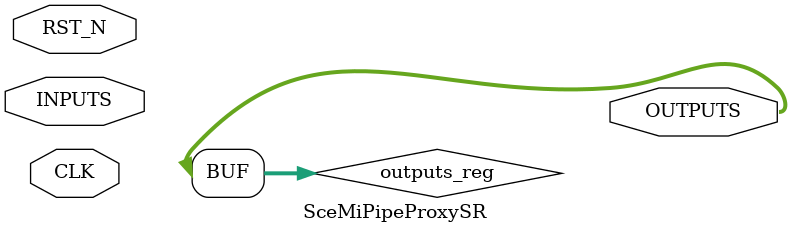
<source format=v>


// The above copyright notice and this permission notice shall be included in
// all copies or substantial portions of the Software.

// THE SOFTWARE IS PROVIDED "AS IS", WITHOUT WARRANTY OF ANY KIND, EXPRESS OR
// IMPLIED, INCLUDING BUT NOT LIMITED TO THE WARRANTIES OF MERCHANTABILITY,
// FITNESS FOR A PARTICULAR PURPOSE AND NONINFRINGEMENT. IN NO EVENT SHALL THE
// AUTHORS OR COPYRIGHT HOLDERS BE LIABLE FOR ANY CLAIM, DAMAGES OR OTHER
// LIABILITY, WHETHER IN AN ACTION OF CONTRACT, TORT OR OTHERWISE, ARISING FROM,
// OUT OF OR IN CONNECTION WITH THE SOFTWARE OR THE USE OR OTHER DEALINGS IN
// THE SOFTWARE.
//
// $Revision: 29441 $
// $Date: 2012-08-27 17:58:03 -0400 (Mon, 27 Aug 2012) $

module SceMiPipeProxySR(CLK,
			RST_N,

			INPUTS,
			OUTPUTS);
   
   parameter paramFile      = "";
   parameter transactorName = "";
   parameter portNameIn     = "";
   parameter portNameOut    = "";
   parameter WIDTH_IN       = 0;
   parameter WIDTH_OUT      = 0;

   input  CLK;
   input  RST_N;

   input [WIDTH_IN - 1 : 0] INPUTS;
   output [WIDTH_OUT - 1 : 0] OUTPUTS;

   // start an interpreter if it doesn't already exist
   SimTbInterp interp(.CLK(CLK), .RST_N(RST_N));

   reg [31 : 0] 	      index_in;
   reg [31 : 0] 	      index_out;
   reg [32 : 0] 	      maybe_index_in;
   reg [32 : 0] 	      maybe_index_out;
   reg 			      initialized;
   reg 			      sent;
   reg [WIDTH_OUT - 1 : 0]    outputs_reg;

   assign OUTPUTS = outputs_reg;

   // synopsys translate_off
   initial
     begin
	maybe_index_in  = 0; // invalid
	maybe_index_out = 0; // invalid
	initialized     = 0;
	#1; // wait for interpreter to start
	maybe_index_in  = $imported_bsvscemi_bind_inpipe(paramFile, transactorName, portNameIn);
	maybe_index_out = $imported_bsvscemi_bind_outpipe(paramFile, transactorName, portNameOut);
	#0;
	if (!maybe_index_in[32])
	  if (transactorName == "")
	    $display("ERROR: Unable to bind pipe %s in module %m", portNameIn);
	  else
	    $display("ERROR: Unable to bind pipe %s/%s in module %m", transactorName, portNameIn);
	if (!maybe_index_out[32])
	   if (transactorName == "")
	    $display("ERROR: Unable to bind pipe %s in module %m", portNameOut);
	  else
	    $display("ERROR: Unable to bind pipe %s/%s in module %m", transactorName, portNameOut);
	if (!maybe_index_in[32] || !maybe_index_out[32])
	  begin
	     $finish(0);
	  end
	index_in  = maybe_index_in  [31:0];
	index_out = maybe_index_out [31:0];
	initialized     = 1;
	sent            = 0;
	outputs_reg     = 0;
     end // initial begin

   always@(posedge CLK)
     begin
	`BSV_ASSIGNMENT_DELAY #1;
	if (RST_N != `BSV_RESET_VALUE)
	  if (initialized)
	    begin
	       sent = 1;
//	       $display("(%0d) SENDING DATA", $time);
	       $imported_bsvscemi_inpipe_proxy_send_immediate(INPUTS,
							      32'd0,
							      index_in);
	    end
     end
   always@(negedge CLK)
     begin
	`BSV_ASSIGNMENT_DELAY #1;
	if (RST_N != `BSV_RESET_VALUE)
	  if (initialized && sent)
	    begin
//	       $display("(%0d) GETTING DATA", $time);
	       $imported_bsvscemi_outpipe_proxy_data_get_immediate(outputs_reg,
								   32'd0,
								   index_out);
	    end
     end
   // synopsys translate_on
endmodule


</source>
